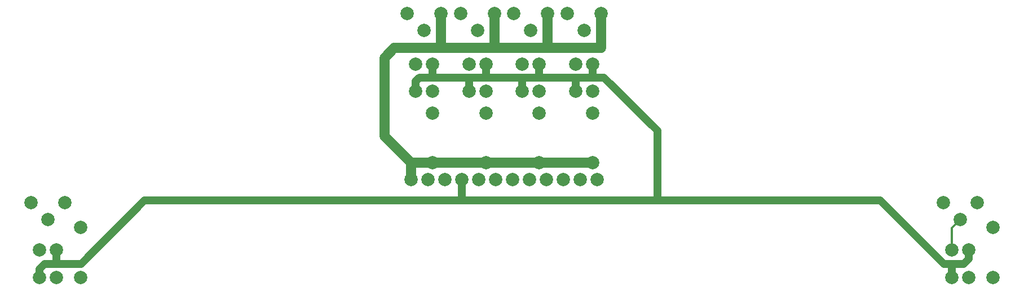
<source format=gtl>
G71*G90*G75*D02*
%ASAXBY*OFA0B0*MOMM*FSLAX44Y44*IPPOS*%
%ADD13C,0.300*%
%ADD16C,1.200*%
%ADD18C,1.500*%
%ADD19C,2.000*%
G54D19*
G01X1880700Y1421500D03*
X1906100D03*
X1931500D03*
X1956900D03*
X1982300D03*
X2007700D03*
X2033100D03*
X2058500D03*
X2083900D03*
X2109300D03*
X1322700Y1315500D03*
X1297300D03*
X1322700Y1274500D03*
X1297300D03*
X2692700Y1315500D03*
X2667300D03*
X2692700Y1274500D03*
X2667300D03*
G54D16*
X1297300Y1287300D02*
Y1274500D01*
X1305000Y1295000D02*
X1297300Y1287300D01*
X1322700Y1315500D02*
Y1295000D01*
X2667300Y1274500D02*
Y1295000D01*
X2692700Y1315500D02*
Y1302700D01*
X2685000Y1295000D01*
X1360000D02*
X1305000D01*
X2685000D02*
X2655000D01*
X1455000Y1390000D02*
X1360000Y1295000D01*
X2655000D02*
X2560000Y1390000D01*
X1455000D01*
G54D19*
X2134700Y1421500D03*
X1855300D03*
X2047700Y1595500D03*
X2022300D03*
X2047700Y1554500D03*
X2022300D03*
G54D16*
Y1575000D01*
G54D19*
X2047700Y1522000D03*
Y1447000D03*
G54D16*
Y1595500D02*
Y1575000D01*
G54D19*
X2127700Y1595500D03*
X2102300D03*
X2127700Y1554500D03*
X2102300D03*
G54D16*
Y1575000D01*
G54D19*
X2127700Y1522000D03*
Y1447000D03*
X1967700Y1595500D03*
X1942300D03*
X1967700Y1554500D03*
X1942300D03*
G54D16*
Y1575000D01*
X1967700Y1595500D02*
Y1575000D01*
G54D19*
Y1522000D03*
Y1447000D03*
X1887700Y1595500D03*
X1862300D03*
X1887700Y1554500D03*
X1862300D03*
G54D16*
Y1569800D01*
X1867500Y1575000D01*
G54D19*
X1887700Y1522000D03*
Y1447000D03*
G54D16*
Y1595500D02*
Y1575000D01*
X2127700D02*
Y1595500D01*
X2225000Y1495000D02*
X2145000Y1575000D01*
X2225000Y1390000D02*
Y1495000D01*
X1867500Y1575000D02*
X2145000D01*
G54D18*
X1855300Y1447000D02*
X1887700D01*
X1855300Y1421500D02*
Y1447000D01*
X1815000Y1605000D02*
X1830000Y1620000D01*
X1815000Y1487300D02*
X1855300Y1447000D01*
X1815000Y1487300D02*
Y1605000D01*
X1887700Y1447000D02*
X2127700D01*
G54D16*
X1931500Y1421500D02*
Y1390000D01*
G54D19*
X1875000Y1646400D03*
X1849600Y1671800D03*
X1900400D03*
G54D18*
Y1620000D01*
G54D19*
X1955000Y1646400D03*
X1929600Y1671800D03*
X1980400D03*
G54D18*
Y1620000D01*
G54D19*
X2035000Y1646400D03*
X2009600Y1671800D03*
X2060400D03*
G54D18*
Y1620000D01*
G54D19*
X2115000Y1646400D03*
X2089600Y1671800D03*
X2140400D03*
G54D18*
Y1620000D02*
Y1671800D01*
X1830000Y1620000D02*
X2140400D01*
G54D19*
X2729000Y1274500D03*
Y1349500D03*
X2680000Y1361400D03*
X2654600Y1386800D03*
X2705400D03*
G54D13*
X2667300Y1315500D02*
Y1348700D01*
X2680000Y1361400D01*
G54D19*
X1359000Y1274500D03*
Y1349500D03*
X1310000Y1361400D03*
X1284600Y1386800D03*
X1335400D03*
G01X0Y0D02*
M02*

</source>
